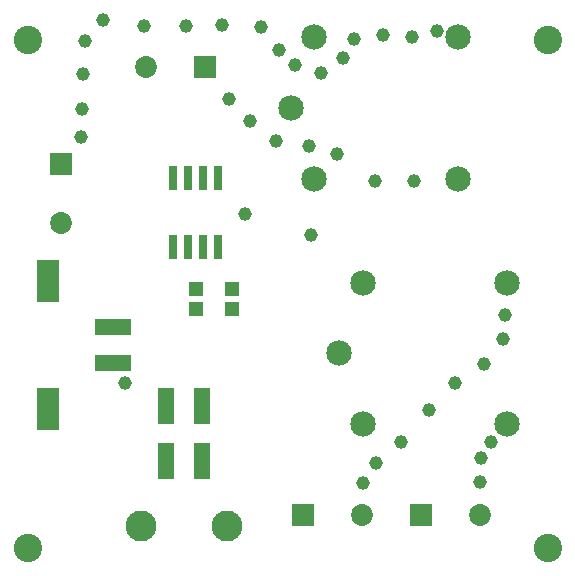
<source format=gts>
G75*
G70*
%OFA0B0*%
%FSLAX24Y24*%
%IPPOS*%
%LPD*%
%AMOC8*
5,1,8,0,0,1.08239X$1,22.5*
%
%ADD10C,0.0946*%
%ADD11R,0.0730X0.0730*%
%ADD12C,0.0730*%
%ADD13C,0.0848*%
%ADD14R,0.0316X0.0789*%
%ADD15R,0.0580X0.1230*%
%ADD16C,0.1030*%
%ADD17R,0.0730X0.1430*%
%ADD18R,0.1230X0.0580*%
%ADD19R,0.0474X0.0513*%
%ADD20C,0.0456*%
D10*
X011134Y002425D03*
X028457Y002425D03*
X028457Y019354D03*
X011134Y019354D03*
D11*
X012237Y015220D03*
X017040Y018449D03*
X020308Y003528D03*
X024245Y003528D03*
D12*
X026213Y003528D03*
X022276Y003528D03*
X012237Y013252D03*
X015071Y018449D03*
D13*
X019890Y017102D03*
X020678Y014740D03*
X022292Y011276D03*
X021505Y008913D03*
X022292Y006551D03*
X027095Y006551D03*
X027095Y011276D03*
X025481Y014740D03*
X025481Y019465D03*
X020678Y019465D03*
D14*
X017461Y014748D03*
X016961Y014748D03*
X016461Y014748D03*
X015961Y014748D03*
X015961Y012465D03*
X016461Y012465D03*
X016961Y012465D03*
X017461Y012465D03*
D15*
X016922Y007150D03*
X015741Y007150D03*
X015741Y005327D03*
X016922Y005327D03*
D16*
X017768Y003173D03*
X014894Y003173D03*
D17*
X011804Y007077D03*
X011804Y011317D03*
D18*
X013959Y009787D03*
X013959Y008606D03*
D19*
X016725Y010398D03*
X016725Y011067D03*
X017946Y011067D03*
X017946Y010398D03*
D20*
X020583Y012858D03*
X022709Y014669D03*
X024009Y014669D03*
X021449Y015575D03*
X020505Y015811D03*
X019402Y016008D03*
X018536Y016677D03*
X017827Y017386D03*
X019520Y019039D03*
X020032Y018528D03*
X020898Y018252D03*
X021646Y018764D03*
X022001Y019394D03*
X022985Y019512D03*
X023930Y019472D03*
X024757Y019669D03*
X018890Y019787D03*
X017591Y019866D03*
X016410Y019827D03*
X014993Y019827D03*
X013654Y020024D03*
X013024Y019315D03*
X012985Y018213D03*
X012946Y017071D03*
X012906Y016126D03*
X018379Y013567D03*
X014363Y007937D03*
X022316Y004591D03*
X022749Y005260D03*
X023575Y005969D03*
X024520Y007031D03*
X025386Y007937D03*
X026331Y008567D03*
X026961Y009394D03*
X027040Y010181D03*
X026568Y005969D03*
X026253Y005417D03*
X026213Y004630D03*
M02*

</source>
